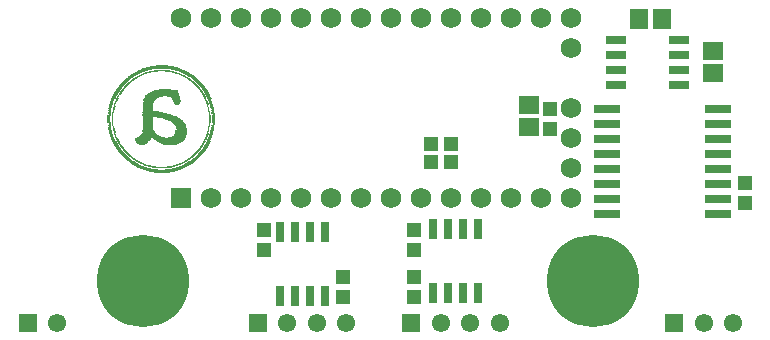
<source format=gbs>
G75*
G70*
%OFA0B0*%
%FSLAX24Y24*%
%IPPOS*%
%LPD*%
%AMOC8*
5,1,8,0,0,1.08239X$1,22.5*
%
%ADD10R,0.0680X0.0680*%
%ADD11C,0.0680*%
%ADD12R,0.0474X0.0513*%
%ADD13R,0.0671X0.0592*%
%ADD14R,0.0611X0.0611*%
%ADD15C,0.0611*%
%ADD16R,0.0316X0.0690*%
%ADD17R,0.0867X0.0316*%
%ADD18R,0.0690X0.0316*%
%ADD19R,0.0592X0.0671*%
%ADD20R,0.0333X0.0011*%
%ADD21R,0.0511X0.0011*%
%ADD22R,0.0644X0.0011*%
%ADD23R,0.0756X0.0011*%
%ADD24R,0.0867X0.0011*%
%ADD25R,0.0933X0.0011*%
%ADD26R,0.1022X0.0011*%
%ADD27R,0.1089X0.0011*%
%ADD28R,0.0478X0.0011*%
%ADD29R,0.0389X0.0011*%
%ADD30R,0.0389X0.0011*%
%ADD31R,0.0356X0.0011*%
%ADD32R,0.0355X0.0011*%
%ADD33R,0.0311X0.0011*%
%ADD34R,0.0300X0.0011*%
%ADD35R,0.0277X0.0011*%
%ADD36R,0.0278X0.0011*%
%ADD37R,0.0267X0.0011*%
%ADD38R,0.0266X0.0011*%
%ADD39R,0.0245X0.0011*%
%ADD40R,0.0244X0.0011*%
%ADD41R,0.0233X0.0011*%
%ADD42R,0.0234X0.0011*%
%ADD43R,0.0178X0.0011*%
%ADD44R,0.0177X0.0011*%
%ADD45R,0.0233X0.0011*%
%ADD46R,0.0223X0.0011*%
%ADD47R,0.0144X0.0011*%
%ADD48R,0.0145X0.0011*%
%ADD49R,0.0222X0.0011*%
%ADD50R,0.0211X0.0011*%
%ADD51R,0.0134X0.0011*%
%ADD52R,0.0133X0.0011*%
%ADD53R,0.0111X0.0011*%
%ADD54R,0.0111X0.0011*%
%ADD55R,0.0212X0.0011*%
%ADD56R,0.0211X0.0011*%
%ADD57R,0.0100X0.0011*%
%ADD58R,0.0211X0.0011*%
%ADD59R,0.0200X0.0011*%
%ADD60R,0.0100X0.0011*%
%ADD61R,0.0189X0.0011*%
%ADD62R,0.0189X0.0011*%
%ADD63R,0.0089X0.0011*%
%ADD64R,0.0089X0.0011*%
%ADD65R,0.0178X0.0011*%
%ADD66R,0.0188X0.0011*%
%ADD67R,0.0078X0.0011*%
%ADD68R,0.0077X0.0011*%
%ADD69R,0.0078X0.0011*%
%ADD70R,0.0167X0.0011*%
%ADD71R,0.0067X0.0011*%
%ADD72R,0.0167X0.0011*%
%ADD73R,0.0067X0.0011*%
%ADD74R,0.0066X0.0011*%
%ADD75R,0.0166X0.0011*%
%ADD76R,0.0167X0.0011*%
%ADD77R,0.0067X0.0011*%
%ADD78R,0.0166X0.0011*%
%ADD79R,0.0066X0.0011*%
%ADD80R,0.0155X0.0011*%
%ADD81R,0.0156X0.0011*%
%ADD82R,0.0056X0.0011*%
%ADD83R,0.0055X0.0011*%
%ADD84R,0.0066X0.0011*%
%ADD85R,0.0156X0.0011*%
%ADD86R,0.0056X0.0011*%
%ADD87R,0.0144X0.0011*%
%ADD88R,0.0156X0.0011*%
%ADD89R,0.0055X0.0011*%
%ADD90R,0.0056X0.0011*%
%ADD91R,0.0045X0.0011*%
%ADD92R,0.0044X0.0011*%
%ADD93R,0.0134X0.0011*%
%ADD94R,0.0044X0.0011*%
%ADD95R,0.0133X0.0011*%
%ADD96R,0.0133X0.0011*%
%ADD97R,0.0134X0.0011*%
%ADD98R,0.0122X0.0011*%
%ADD99R,0.0122X0.0011*%
%ADD100R,0.0045X0.0011*%
%ADD101R,0.0044X0.0011*%
%ADD102R,0.0123X0.0011*%
%ADD103R,0.0122X0.0011*%
%ADD104R,0.0033X0.0011*%
%ADD105R,0.0034X0.0011*%
%ADD106R,0.0034X0.0011*%
%ADD107R,0.0111X0.0011*%
%ADD108R,0.0044X0.0011*%
%ADD109R,0.0033X0.0011*%
%ADD110R,0.0112X0.0011*%
%ADD111R,0.0111X0.0011*%
%ADD112R,0.0378X0.0011*%
%ADD113R,0.0178X0.0011*%
%ADD114R,0.0112X0.0011*%
%ADD115R,0.0466X0.0011*%
%ADD116R,0.0222X0.0011*%
%ADD117R,0.0534X0.0011*%
%ADD118R,0.0255X0.0011*%
%ADD119R,0.0589X0.0011*%
%ADD120R,0.0289X0.0011*%
%ADD121R,0.0633X0.0011*%
%ADD122R,0.0311X0.0011*%
%ADD123R,0.0677X0.0011*%
%ADD124R,0.0345X0.0011*%
%ADD125R,0.0723X0.0011*%
%ADD126R,0.0367X0.0011*%
%ADD127R,0.0756X0.0011*%
%ADD128R,0.0789X0.0011*%
%ADD129R,0.0411X0.0011*%
%ADD130R,0.0822X0.0011*%
%ADD131R,0.0433X0.0011*%
%ADD132R,0.0855X0.0011*%
%ADD133R,0.0433X0.0011*%
%ADD134R,0.0877X0.0011*%
%ADD135R,0.0455X0.0011*%
%ADD136R,0.0900X0.0011*%
%ADD137R,0.0934X0.0011*%
%ADD138R,0.0489X0.0011*%
%ADD139R,0.0956X0.0011*%
%ADD140R,0.0511X0.0011*%
%ADD141R,0.0978X0.0011*%
%ADD142R,0.0989X0.0011*%
%ADD143R,0.0523X0.0011*%
%ADD144R,0.1011X0.0011*%
%ADD145R,0.0534X0.0011*%
%ADD146R,0.0033X0.0011*%
%ADD147R,0.1033X0.0011*%
%ADD148R,0.0523X0.0011*%
%ADD149R,0.0034X0.0011*%
%ADD150R,0.1044X0.0011*%
%ADD151R,0.0500X0.0011*%
%ADD152R,0.0567X0.0011*%
%ADD153R,0.0378X0.0011*%
%ADD154R,0.0478X0.0011*%
%ADD155R,0.0334X0.0011*%
%ADD156R,0.0456X0.0011*%
%ADD157R,0.0489X0.0011*%
%ADD158R,0.0444X0.0011*%
%ADD159R,0.0722X0.0011*%
%ADD160R,0.0689X0.0011*%
%ADD161R,0.0656X0.0011*%
%ADD162R,0.0433X0.0011*%
%ADD163R,0.0622X0.0011*%
%ADD164R,0.0034X0.0011*%
%ADD165R,0.0411X0.0011*%
%ADD166R,0.0589X0.0011*%
%ADD167R,0.0022X0.0011*%
%ADD168R,0.0400X0.0011*%
%ADD169R,0.0567X0.0011*%
%ADD170R,0.0545X0.0011*%
%ADD171R,0.0477X0.0011*%
%ADD172R,0.0466X0.0011*%
%ADD173R,0.0088X0.0011*%
%ADD174R,0.0367X0.0011*%
%ADD175R,0.0033X0.0011*%
%ADD176R,0.0422X0.0011*%
%ADD177R,0.0411X0.0011*%
%ADD178R,0.0022X0.0011*%
%ADD179R,0.0023X0.0011*%
%ADD180R,0.0356X0.0011*%
%ADD181R,0.0356X0.0011*%
%ADD182R,0.0344X0.0011*%
%ADD183R,0.0344X0.0011*%
%ADD184R,0.0333X0.0011*%
%ADD185R,0.0089X0.0011*%
%ADD186R,0.0355X0.0011*%
%ADD187R,0.0333X0.0011*%
%ADD188R,0.0088X0.0011*%
%ADD189R,0.0366X0.0011*%
%ADD190R,0.0366X0.0011*%
%ADD191R,0.0022X0.0011*%
%ADD192R,0.0089X0.0011*%
%ADD193R,0.0412X0.0011*%
%ADD194R,0.0422X0.0011*%
%ADD195R,0.0444X0.0011*%
%ADD196R,0.0456X0.0011*%
%ADD197R,0.0467X0.0011*%
%ADD198R,0.0544X0.0011*%
%ADD199R,0.0556X0.0011*%
%ADD200R,0.0589X0.0011*%
%ADD201R,0.0623X0.0011*%
%ADD202R,0.1111X0.0011*%
%ADD203R,0.1056X0.0011*%
%ADD204R,0.1033X0.0011*%
%ADD205R,0.1000X0.0011*%
%ADD206R,0.0967X0.0011*%
%ADD207R,0.0933X0.0011*%
%ADD208R,0.0900X0.0011*%
%ADD209R,0.0867X0.0011*%
%ADD210R,0.0822X0.0011*%
%ADD211R,0.0778X0.0011*%
%ADD212R,0.0678X0.0011*%
%ADD213R,0.0444X0.0011*%
%ADD214R,0.0023X0.0011*%
%ADD215R,0.0166X0.0011*%
%ADD216R,0.0223X0.0011*%
%ADD217R,0.0345X0.0011*%
%ADD218R,0.0234X0.0011*%
%ADD219R,0.0244X0.0011*%
%ADD220R,0.0289X0.0011*%
%ADD221R,0.0311X0.0011*%
%ADD222R,0.0500X0.0011*%
%ADD223R,0.0578X0.0011*%
%ADD224R,0.1100X0.0011*%
%ADD225R,0.1078X0.0011*%
%ADD226R,0.1056X0.0011*%
%ADD227R,0.1045X0.0011*%
%ADD228R,0.1033X0.0011*%
%ADD229R,0.1011X0.0011*%
%ADD230R,0.1000X0.0011*%
%ADD231R,0.0934X0.0011*%
%ADD232R,0.0911X0.0011*%
%ADD233R,0.0889X0.0011*%
%ADD234R,0.0856X0.0011*%
%ADD235R,0.0823X0.0011*%
%ADD236R,0.0777X0.0011*%
%ADD237R,0.0689X0.0011*%
%ADD238R,0.0566X0.0011*%
%ADD239R,0.0377X0.0011*%
%ADD240R,0.0123X0.0011*%
%ADD241R,0.0145X0.0011*%
%ADD242R,0.0056X0.0011*%
%ADD243R,0.0144X0.0011*%
%ADD244R,0.0167X0.0011*%
%ADD245R,0.0078X0.0011*%
%ADD246R,0.0200X0.0011*%
%ADD247R,0.0256X0.0011*%
%ADD248R,0.0312X0.0011*%
%ADD249R,0.0344X0.0011*%
%ADD250R,0.0434X0.0011*%
%ADD251R,0.0800X0.0011*%
%ADD252R,0.0689X0.0011*%
%ADD253C,0.3080*%
D10*
X006799Y007902D03*
D11*
X007799Y007902D03*
X008799Y007902D03*
X009799Y007902D03*
X010799Y007902D03*
X011799Y007902D03*
X012799Y007902D03*
X013799Y007902D03*
X014799Y007902D03*
X015799Y007902D03*
X016799Y007902D03*
X017799Y007902D03*
X018799Y007902D03*
X019799Y007902D03*
X019799Y008902D03*
X019799Y009902D03*
X019799Y010902D03*
X019799Y012902D03*
X019799Y013902D03*
X018799Y013902D03*
X017799Y013902D03*
X016799Y013902D03*
X015799Y013902D03*
X014799Y013902D03*
X013799Y013902D03*
X012799Y013902D03*
X011799Y013902D03*
X010799Y013902D03*
X009799Y013902D03*
X008799Y013902D03*
X007799Y013902D03*
X006799Y013902D03*
D12*
X015129Y009697D03*
X015799Y009697D03*
X015799Y009126D03*
X015129Y009126D03*
X014578Y006843D03*
X014578Y006173D03*
X014578Y005268D03*
X014578Y004599D03*
X012216Y004599D03*
X012216Y005268D03*
X009559Y006173D03*
X009559Y006843D03*
X019106Y010209D03*
X019106Y010878D03*
X025602Y008417D03*
X025602Y007748D03*
D13*
X018417Y010268D03*
X018417Y011016D03*
X024547Y012067D03*
X024547Y012815D03*
D14*
X001685Y003752D03*
X009362Y003752D03*
X014480Y003752D03*
X023240Y003752D03*
D15*
X024224Y003752D03*
X025208Y003752D03*
X017433Y003752D03*
X016448Y003752D03*
X015464Y003752D03*
X012314Y003752D03*
X011330Y003752D03*
X010346Y003752D03*
X002669Y003752D03*
D16*
X010088Y004658D03*
X010588Y004658D03*
X011088Y004658D03*
X011588Y004658D03*
X011588Y006784D03*
X011088Y006784D03*
X010588Y006784D03*
X010088Y006784D03*
X015206Y006882D03*
X015706Y006882D03*
X016206Y006882D03*
X016706Y006882D03*
X016706Y004756D03*
X016206Y004756D03*
X015706Y004756D03*
X015206Y004756D03*
D17*
X020996Y007362D03*
X020996Y007862D03*
X020996Y008362D03*
X020996Y008862D03*
X020996Y009362D03*
X020996Y009862D03*
X020996Y010362D03*
X020996Y010862D03*
X024696Y010862D03*
X024696Y010362D03*
X024696Y009862D03*
X024696Y009362D03*
X024696Y008862D03*
X024696Y008362D03*
X024696Y007862D03*
X024696Y007362D03*
D18*
X023417Y011664D03*
X023417Y012164D03*
X023417Y012664D03*
X023417Y013164D03*
X021291Y013164D03*
X021291Y012664D03*
X021291Y012164D03*
X021291Y011664D03*
D19*
X022078Y013890D03*
X022826Y013890D03*
D20*
X006156Y008896D03*
X006156Y008740D03*
D21*
X006156Y008751D03*
X006156Y008907D03*
X006689Y009907D03*
X006511Y010529D03*
X005789Y010762D03*
D22*
X006156Y008918D03*
X006156Y008762D03*
D23*
X006156Y008773D03*
D24*
X006156Y008785D03*
D25*
X006156Y008796D03*
D26*
X006156Y008807D03*
D27*
X006156Y008818D03*
X006078Y010607D03*
X006189Y011307D03*
D28*
X006562Y010507D03*
X005517Y009807D03*
X005817Y008829D03*
X006495Y008829D03*
D29*
X006572Y008840D03*
X005517Y009751D03*
X005717Y010107D03*
X005717Y010118D03*
X006717Y010396D03*
X006795Y010029D03*
X006795Y010018D03*
X005772Y011196D03*
D30*
X006728Y010385D03*
X005739Y008840D03*
D31*
X006623Y008851D03*
X006823Y010140D03*
X006823Y010151D03*
X006823Y010162D03*
X006823Y010185D03*
X006823Y010196D03*
X005723Y011085D03*
X005723Y011096D03*
D32*
X006778Y010318D03*
X006789Y010296D03*
X006800Y010262D03*
X005689Y008851D03*
D33*
X005645Y008862D03*
X006667Y008862D03*
D34*
X006706Y008873D03*
X005606Y008873D03*
D35*
X006739Y008885D03*
D36*
X005573Y008885D03*
X006451Y009662D03*
X006617Y011240D03*
X006606Y011251D03*
X006751Y012151D03*
X006717Y012162D03*
X005595Y012162D03*
X005562Y012151D03*
D37*
X006767Y008896D03*
D38*
X005545Y008896D03*
X006623Y011218D03*
X006623Y011229D03*
D39*
X005500Y012129D03*
X006800Y008907D03*
D40*
X005512Y008907D03*
X006656Y011140D03*
X006656Y011151D03*
X006812Y012129D03*
D41*
X006839Y012118D03*
X005450Y012107D03*
X006850Y008929D03*
X006828Y008918D03*
D42*
X005484Y008918D03*
D43*
X006434Y008929D03*
X005234Y011996D03*
D44*
X007078Y011996D03*
X007089Y009051D03*
X005878Y008929D03*
D45*
X005461Y008929D03*
X006661Y011118D03*
X006661Y011129D03*
X006861Y012107D03*
D46*
X006889Y012096D03*
X006378Y012118D03*
X006678Y011085D03*
X006878Y008940D03*
D47*
X006495Y008940D03*
X007273Y009185D03*
X007295Y009207D03*
X005073Y009162D03*
X004973Y011796D03*
X005795Y012096D03*
X007273Y011851D03*
D48*
X007339Y011796D03*
X007350Y011785D03*
X006517Y012096D03*
X005050Y011862D03*
X005039Y011851D03*
X005028Y011840D03*
X005017Y009207D03*
X005028Y009196D03*
X005039Y009185D03*
X005817Y008940D03*
X007228Y009151D03*
X007239Y009162D03*
D49*
X005434Y008940D03*
X005934Y012118D03*
D50*
X005406Y008951D03*
X006906Y008951D03*
X006928Y008962D03*
D51*
X006545Y008951D03*
X007323Y009229D03*
X007345Y009251D03*
X007423Y009329D03*
X007445Y009351D03*
X004923Y009296D03*
X007323Y011807D03*
D52*
X007300Y011829D03*
X005000Y011818D03*
X004989Y011807D03*
X004867Y009351D03*
X004878Y009340D03*
X004889Y009329D03*
X004900Y009318D03*
X004967Y009251D03*
X004978Y009240D03*
X004989Y009229D03*
X005767Y008951D03*
X007378Y009285D03*
X007389Y009296D03*
X007400Y009307D03*
D53*
X007511Y009429D03*
X007556Y009485D03*
X007578Y009518D03*
X007589Y009529D03*
X007589Y009540D03*
X007611Y009562D03*
X007656Y009640D03*
X007689Y009696D03*
X007711Y009740D03*
X006589Y008962D03*
X004756Y009485D03*
X004711Y009551D03*
X004689Y009585D03*
X004678Y009596D03*
X004678Y009607D03*
X004656Y009640D03*
X004611Y009718D03*
X004589Y009762D03*
X004578Y009785D03*
X006678Y011007D03*
X007578Y011518D03*
X007589Y011507D03*
X007556Y011551D03*
X007656Y011407D03*
X007678Y011362D03*
X007689Y011340D03*
X007756Y011207D03*
X004789Y011596D03*
X004778Y011585D03*
X004756Y011551D03*
X004711Y011496D03*
X004711Y011485D03*
X004689Y011462D03*
X004689Y011451D03*
X004678Y011440D03*
X004656Y011407D03*
X004611Y011318D03*
X004556Y011207D03*
D54*
X004567Y011229D03*
X004622Y011340D03*
X004645Y011385D03*
X004667Y011418D03*
X004722Y011507D03*
X004745Y011540D03*
X007522Y011596D03*
X007567Y011540D03*
X007600Y011496D03*
X007600Y011485D03*
X007622Y011462D03*
X007622Y011451D03*
X007645Y011418D03*
X007667Y011385D03*
X007700Y011318D03*
X007745Y011229D03*
X007722Y009762D03*
X007700Y009718D03*
X007667Y009662D03*
X007667Y009651D03*
X007645Y009618D03*
X007622Y009585D03*
X007600Y009551D03*
X007567Y009507D03*
X005722Y008962D03*
X004800Y009429D03*
X004745Y009507D03*
X004722Y009529D03*
X004722Y009540D03*
X004700Y009562D03*
X004667Y009618D03*
X004645Y009651D03*
X004645Y009662D03*
X004622Y009696D03*
X004600Y009740D03*
D55*
X005384Y008962D03*
X006684Y011062D03*
D56*
X006950Y008973D03*
D57*
X006628Y008973D03*
X005684Y008973D03*
X004584Y009773D03*
X004540Y009873D03*
X004506Y009973D03*
X004473Y010073D03*
X004451Y010173D03*
X004417Y010473D03*
X004417Y010573D03*
X004451Y010873D03*
X004473Y010973D03*
X004506Y011073D03*
X004540Y011173D03*
X004584Y011273D03*
X004640Y011373D03*
X007673Y011373D03*
X007728Y011273D03*
X007773Y011173D03*
X007806Y011073D03*
X007840Y010973D03*
X007862Y010873D03*
X007895Y010573D03*
X007895Y010473D03*
X007862Y010173D03*
X007840Y010073D03*
X007806Y009973D03*
X007773Y009873D03*
X007728Y009773D03*
D58*
X005361Y008973D03*
D59*
X005345Y008985D03*
X006967Y008985D03*
X006678Y011051D03*
X007001Y012040D03*
X006978Y012051D03*
X006956Y012062D03*
X005356Y012062D03*
X005334Y012051D03*
X005312Y012040D03*
D60*
X005606Y012040D03*
X005640Y012051D03*
X005673Y012062D03*
X006640Y012062D03*
X006673Y012051D03*
X006706Y012040D03*
X007640Y011429D03*
X007662Y011396D03*
X007684Y011351D03*
X007695Y011329D03*
X007706Y011307D03*
X007717Y011296D03*
X007717Y011285D03*
X007728Y011262D03*
X007740Y011251D03*
X007740Y011240D03*
X007751Y011218D03*
X007762Y011196D03*
X007762Y011185D03*
X007773Y011162D03*
X007773Y011151D03*
X007784Y011140D03*
X007784Y011129D03*
X007795Y011118D03*
X007795Y011107D03*
X007795Y011096D03*
X007806Y011085D03*
X007806Y011062D03*
X007817Y011051D03*
X007817Y011040D03*
X007817Y011029D03*
X007828Y011007D03*
X007828Y010996D03*
X007840Y010962D03*
X007840Y010951D03*
X007851Y010929D03*
X007851Y010918D03*
X007851Y010907D03*
X007862Y010885D03*
X007862Y010862D03*
X007873Y010818D03*
X007873Y010807D03*
X007873Y010796D03*
X007884Y010751D03*
X007884Y010740D03*
X007884Y010729D03*
X007884Y010718D03*
X007895Y010640D03*
X007895Y010629D03*
X007895Y010618D03*
X007895Y010607D03*
X007895Y010596D03*
X007895Y010585D03*
X007895Y010562D03*
X007895Y010551D03*
X007895Y010540D03*
X007895Y010529D03*
X007895Y010518D03*
X007895Y010507D03*
X007895Y010496D03*
X007895Y010485D03*
X007895Y010462D03*
X007895Y010451D03*
X007895Y010440D03*
X007895Y010429D03*
X007895Y010418D03*
X007895Y010407D03*
X007884Y010318D03*
X007884Y010307D03*
X007884Y010296D03*
X007873Y010240D03*
X007873Y010229D03*
X007873Y010218D03*
X007862Y010185D03*
X007862Y010162D03*
X007851Y010129D03*
X007851Y010118D03*
X007840Y010085D03*
X007840Y010062D03*
X007828Y010040D03*
X007828Y010029D03*
X007817Y010007D03*
X007817Y009996D03*
X007806Y009962D03*
X007795Y009940D03*
X007795Y009929D03*
X007784Y009907D03*
X007784Y009896D03*
X007773Y009885D03*
X007773Y009862D03*
X007762Y009851D03*
X007762Y009840D03*
X007751Y009829D03*
X007751Y009818D03*
X007740Y009807D03*
X007740Y009796D03*
X007717Y009751D03*
X007706Y009729D03*
X007695Y009707D03*
X007684Y009685D03*
X007651Y009629D03*
X006695Y008996D03*
X006662Y008985D03*
X005651Y008985D03*
X005617Y008996D03*
X004662Y009629D03*
X004628Y009685D03*
X004617Y009707D03*
X004606Y009729D03*
X004595Y009751D03*
X004573Y009796D03*
X004573Y009807D03*
X004562Y009818D03*
X004562Y009829D03*
X004551Y009840D03*
X004551Y009851D03*
X004540Y009862D03*
X004540Y009885D03*
X004528Y009896D03*
X004528Y009907D03*
X004517Y009929D03*
X004517Y009940D03*
X004506Y009962D03*
X004495Y009996D03*
X004495Y010007D03*
X004484Y010029D03*
X004484Y010040D03*
X004473Y010062D03*
X004473Y010085D03*
X004462Y010118D03*
X004462Y010129D03*
X004451Y010162D03*
X004451Y010185D03*
X004440Y010218D03*
X004440Y010229D03*
X004440Y010240D03*
X004428Y010296D03*
X004428Y010307D03*
X004428Y010318D03*
X004417Y010407D03*
X004417Y010418D03*
X004417Y010429D03*
X004417Y010440D03*
X004417Y010451D03*
X004417Y010462D03*
X004417Y010485D03*
X004417Y010496D03*
X004417Y010507D03*
X004417Y010518D03*
X004417Y010529D03*
X004417Y010540D03*
X004417Y010551D03*
X004417Y010562D03*
X004417Y010585D03*
X004417Y010596D03*
X004417Y010607D03*
X004417Y010618D03*
X004417Y010629D03*
X004417Y010640D03*
X004428Y010718D03*
X004428Y010729D03*
X004428Y010740D03*
X004428Y010751D03*
X004440Y010796D03*
X004440Y010807D03*
X004440Y010818D03*
X004451Y010862D03*
X004451Y010885D03*
X004462Y010907D03*
X004462Y010918D03*
X004462Y010929D03*
X004473Y010951D03*
X004473Y010962D03*
X004484Y010996D03*
X004484Y011007D03*
X004495Y011029D03*
X004495Y011040D03*
X004495Y011051D03*
X004506Y011062D03*
X004506Y011085D03*
X004517Y011096D03*
X004517Y011107D03*
X004517Y011118D03*
X004528Y011129D03*
X004528Y011140D03*
X004540Y011151D03*
X004540Y011162D03*
X004551Y011185D03*
X004551Y011196D03*
X004562Y011218D03*
X004573Y011240D03*
X004573Y011251D03*
X004584Y011262D03*
X004595Y011285D03*
X004595Y011296D03*
X004606Y011307D03*
X004617Y011329D03*
X004628Y011351D03*
X004651Y011396D03*
X004673Y011429D03*
D61*
X005272Y012018D03*
X005295Y012029D03*
X007017Y012029D03*
X007050Y009029D03*
X006995Y008996D03*
X005317Y008996D03*
D62*
X005261Y009029D03*
X007006Y009007D03*
X007028Y009018D03*
X007039Y012018D03*
D63*
X005545Y012018D03*
X004467Y010940D03*
X004445Y010851D03*
X004445Y010840D03*
X004445Y010829D03*
X004422Y010707D03*
X004422Y010696D03*
X004422Y010685D03*
X004422Y010662D03*
X004422Y010651D03*
X004422Y010396D03*
X004422Y010385D03*
X004422Y010362D03*
X004422Y010351D03*
X004422Y010340D03*
X004422Y010329D03*
X004445Y010207D03*
X004445Y010196D03*
X004467Y010107D03*
X004467Y010096D03*
X004500Y009985D03*
X004522Y009918D03*
X006722Y009007D03*
X007800Y009951D03*
X007822Y010018D03*
X007845Y010096D03*
X007845Y010107D03*
X007867Y010196D03*
X007867Y010207D03*
X007867Y010829D03*
X007867Y010840D03*
X007867Y010851D03*
X007845Y010940D03*
X007822Y011018D03*
D64*
X007856Y010896D03*
X007878Y010785D03*
X007878Y010762D03*
X007889Y010707D03*
X007889Y010696D03*
X007889Y010685D03*
X007889Y010662D03*
X007889Y010651D03*
X007889Y010396D03*
X007889Y010385D03*
X007889Y010362D03*
X007889Y010351D03*
X007889Y010340D03*
X007889Y010329D03*
X007878Y010285D03*
X007878Y010262D03*
X007878Y010251D03*
X007856Y010151D03*
X007856Y010140D03*
X007811Y009985D03*
X007789Y009918D03*
X006756Y009018D03*
X005589Y009007D03*
X005556Y009018D03*
X004511Y009951D03*
X004489Y010018D03*
X004478Y010051D03*
X004456Y010140D03*
X004456Y010151D03*
X004456Y010896D03*
X004478Y010985D03*
X004489Y011018D03*
X005578Y012029D03*
X006156Y012307D03*
D65*
X005856Y012107D03*
X005256Y012007D03*
X007056Y012007D03*
X007067Y009040D03*
X005301Y009007D03*
X005245Y009040D03*
X005223Y009051D03*
D66*
X005284Y009018D03*
X006684Y011040D03*
D67*
X006784Y009029D03*
X005484Y009051D03*
D68*
X005528Y009029D03*
X006828Y009051D03*
X006839Y011985D03*
D69*
X006817Y011996D03*
X006795Y012007D03*
X006762Y012018D03*
X005517Y012007D03*
X005495Y011996D03*
X005473Y011985D03*
X005506Y009040D03*
X006806Y009040D03*
D70*
X007106Y009062D03*
X005206Y009062D03*
X005161Y009096D03*
X007161Y011940D03*
X006461Y012107D03*
D71*
X006911Y011951D03*
X005411Y009085D03*
X005456Y009062D03*
X006856Y009062D03*
D72*
X007117Y009073D03*
D73*
X006878Y009073D03*
D74*
X005434Y009073D03*
D75*
X005195Y009073D03*
D76*
X007139Y009085D03*
X007150Y009096D03*
X007139Y011951D03*
X007128Y011962D03*
X005217Y011985D03*
X005150Y011940D03*
D77*
X005289Y011885D03*
X005400Y011951D03*
X006889Y011962D03*
X006967Y011918D03*
X006989Y011907D03*
X006978Y009129D03*
X006900Y009085D03*
X005389Y009096D03*
X005367Y009107D03*
X005278Y009162D03*
D78*
X005173Y009085D03*
X005173Y011951D03*
X007095Y011985D03*
D79*
X007023Y011885D03*
X005423Y011962D03*
X005345Y011918D03*
X005323Y011907D03*
X006923Y009096D03*
X006945Y009107D03*
D80*
X007167Y009107D03*
X007189Y009118D03*
X007200Y009129D03*
X005100Y009140D03*
X005078Y011885D03*
X005089Y011896D03*
X007178Y011929D03*
X007189Y011918D03*
X007200Y011907D03*
D81*
X007223Y011896D03*
X005123Y011918D03*
X005123Y009118D03*
X005145Y009107D03*
D82*
X005184Y009229D03*
X006962Y009118D03*
X007084Y009196D03*
X007284Y009362D03*
X007162Y011785D03*
X007106Y011829D03*
X007062Y011862D03*
X007006Y011896D03*
X005384Y011940D03*
X005362Y011929D03*
X005306Y011896D03*
X005206Y011829D03*
X005162Y011796D03*
X005084Y011729D03*
D83*
X005150Y011785D03*
X005239Y011851D03*
X005250Y011862D03*
X006928Y011940D03*
X006950Y011929D03*
X007117Y011818D03*
X007150Y011796D03*
X007217Y011740D03*
X007228Y011729D03*
X007128Y009229D03*
X007117Y009218D03*
X007017Y009151D03*
X005350Y009118D03*
X005317Y009140D03*
X005228Y009196D03*
X005217Y009207D03*
X005139Y009262D03*
X005039Y009351D03*
X005028Y009362D03*
D84*
X005334Y009129D03*
X007034Y009162D03*
D85*
X007212Y009140D03*
X005112Y009129D03*
X005112Y011907D03*
X005134Y011929D03*
X006156Y012151D03*
X007234Y011885D03*
D86*
X007073Y011851D03*
X005195Y011818D03*
X005095Y011740D03*
X007273Y009351D03*
X007173Y009262D03*
X007095Y009207D03*
X006995Y009140D03*
X005295Y009151D03*
X005195Y009218D03*
D87*
X005084Y009151D03*
X005006Y009218D03*
X007284Y009196D03*
X007306Y009218D03*
X006684Y011018D03*
X007284Y011840D03*
X007262Y011862D03*
X004962Y011785D03*
D88*
X005056Y009173D03*
X007256Y009173D03*
D89*
X007050Y009173D03*
X005128Y009273D03*
X007039Y011873D03*
D90*
X007184Y009273D03*
X005262Y009173D03*
D91*
X005167Y009240D03*
X005100Y009296D03*
X005089Y009307D03*
X005078Y009318D03*
X005067Y009329D03*
X005000Y009385D03*
X004978Y009418D03*
X004967Y009429D03*
X004889Y009518D03*
X004878Y009529D03*
X004867Y009540D03*
X004800Y009640D03*
X004689Y009840D03*
X004678Y009862D03*
X004667Y011151D03*
X004789Y011385D03*
X004867Y011496D03*
X004878Y011507D03*
X004900Y011540D03*
X004967Y011618D03*
X004978Y011629D03*
X004989Y011640D03*
X005000Y011651D03*
X005067Y011718D03*
X005178Y011807D03*
X007089Y011840D03*
X007189Y011762D03*
X007200Y011751D03*
X007267Y011696D03*
X007278Y011685D03*
X007300Y011662D03*
X007389Y011562D03*
X007400Y011551D03*
X007467Y011462D03*
X007478Y011451D03*
X007500Y011418D03*
X007667Y011096D03*
X007578Y009751D03*
X007567Y009729D03*
X007489Y009607D03*
X007400Y009485D03*
X007378Y009462D03*
X007367Y009451D03*
X007200Y009285D03*
X007067Y009185D03*
D92*
X007145Y009240D03*
X007223Y009307D03*
X007245Y009329D03*
X007345Y009429D03*
X007423Y009518D03*
X007445Y009540D03*
X007623Y009840D03*
X007645Y011151D03*
X007523Y011385D03*
X007445Y011496D03*
X007345Y011618D03*
X007323Y011640D03*
X007245Y011718D03*
X005223Y011840D03*
X005123Y011762D03*
X005045Y011696D03*
X004923Y011562D03*
X004845Y011462D03*
X004645Y011096D03*
X004745Y009729D03*
X004823Y009607D03*
X004945Y009451D03*
X005245Y009185D03*
D93*
X004934Y009285D03*
X007334Y009240D03*
X007434Y009340D03*
X004934Y011762D03*
D94*
X005034Y011685D03*
X005056Y011707D03*
X005012Y011662D03*
X004956Y011607D03*
X004912Y011551D03*
X004856Y011485D03*
X004834Y011451D03*
X004812Y011418D03*
X004756Y011329D03*
X005112Y011751D03*
X007134Y011807D03*
X007256Y011707D03*
X007312Y011651D03*
X007334Y011629D03*
X007356Y011607D03*
X007412Y011540D03*
X007434Y011507D03*
X007456Y011485D03*
X007556Y011329D03*
X007634Y009862D03*
X007512Y009640D03*
X007456Y009562D03*
X007434Y009529D03*
X007356Y009440D03*
X007334Y009418D03*
X007312Y009385D03*
X007256Y009340D03*
X007234Y009318D03*
X007212Y009296D03*
X007156Y009251D03*
X005156Y009251D03*
X005112Y009285D03*
X005056Y009340D03*
X004956Y009440D03*
X004934Y009462D03*
X004912Y009485D03*
X004856Y009562D03*
X004734Y009751D03*
D95*
X005511Y009662D03*
X004956Y009262D03*
X004911Y009307D03*
X007356Y009262D03*
X007411Y009318D03*
X007311Y011818D03*
X005011Y011829D03*
D96*
X007367Y011773D03*
X007367Y009273D03*
D97*
X004945Y009273D03*
D98*
X004862Y009362D03*
X004817Y009407D03*
X004806Y009418D03*
X004795Y009440D03*
X004773Y009462D03*
X004751Y009496D03*
X007451Y009362D03*
X007473Y009385D03*
X007495Y009407D03*
X007506Y009418D03*
X007517Y009440D03*
X007562Y009496D03*
X007573Y011529D03*
X007551Y011562D03*
X007517Y011607D03*
X007506Y011618D03*
X007495Y011629D03*
X007473Y011651D03*
X007473Y011662D03*
X007451Y011685D03*
X007417Y011718D03*
X007406Y011729D03*
X007395Y011740D03*
X007373Y011762D03*
X006562Y012085D03*
X005751Y012085D03*
X004917Y011740D03*
X004906Y011729D03*
X004895Y011718D03*
X004873Y011696D03*
X004862Y011685D03*
X004817Y011629D03*
X004806Y011618D03*
X004795Y011607D03*
X004762Y011562D03*
D99*
X004773Y011573D03*
X004851Y011673D03*
X007462Y011673D03*
X007462Y009373D03*
X004851Y009373D03*
D100*
X004778Y009673D03*
X007300Y009373D03*
X007389Y009473D03*
X007467Y009573D03*
X007589Y009773D03*
X007378Y011573D03*
X007289Y011673D03*
X007178Y011773D03*
D101*
X005134Y011773D03*
X004934Y011573D03*
X007534Y009673D03*
X005012Y009373D03*
D102*
X004839Y009385D03*
X004828Y009396D03*
X007528Y009451D03*
X007539Y009462D03*
X004839Y011651D03*
X004839Y011662D03*
X004828Y011640D03*
X004739Y011529D03*
X004928Y011751D03*
X007428Y011707D03*
X007439Y011696D03*
D103*
X007484Y011640D03*
X007384Y011751D03*
X004884Y011707D03*
X004784Y009451D03*
X007484Y009396D03*
D104*
X007417Y009507D03*
X007450Y009551D03*
X007517Y009651D03*
X007528Y009662D03*
X007539Y009685D03*
X007550Y009696D03*
X007550Y009707D03*
X007617Y009818D03*
X007617Y009829D03*
X007628Y009851D03*
X007639Y009885D03*
X007650Y009896D03*
X007650Y009907D03*
X007717Y010085D03*
X007717Y010096D03*
X007717Y010107D03*
X007728Y010129D03*
X007728Y010140D03*
X007728Y010151D03*
X007728Y010162D03*
X007739Y010185D03*
X007739Y010196D03*
X007739Y010207D03*
X007750Y010229D03*
X007750Y010240D03*
X007750Y010251D03*
X007750Y010262D03*
X007750Y010785D03*
X007750Y010796D03*
X007750Y010807D03*
X007739Y010829D03*
X007739Y010840D03*
X007739Y010851D03*
X007739Y010862D03*
X007728Y010885D03*
X007728Y010896D03*
X007728Y010907D03*
X007728Y010918D03*
X007717Y010929D03*
X007717Y010940D03*
X007717Y010951D03*
X007650Y011129D03*
X007650Y011140D03*
X007639Y011162D03*
X007628Y011185D03*
X007628Y011196D03*
X007617Y011207D03*
X007617Y011218D03*
X007550Y011340D03*
X007539Y011351D03*
X007539Y011362D03*
X007517Y011396D03*
X007428Y011518D03*
X007417Y011529D03*
X004950Y011596D03*
X004939Y011585D03*
X004828Y011440D03*
X004817Y011429D03*
X004750Y011318D03*
X004739Y011307D03*
X004739Y011296D03*
X004728Y011285D03*
X004717Y011262D03*
X004717Y011251D03*
X004650Y011118D03*
X004650Y011107D03*
X004639Y011085D03*
X004628Y011062D03*
X004628Y011051D03*
X004628Y011040D03*
X004617Y011029D03*
X004617Y011018D03*
X004617Y011007D03*
X004550Y010740D03*
X004550Y010729D03*
X004550Y010718D03*
X004550Y010707D03*
X004550Y010696D03*
X004550Y010685D03*
X004539Y010640D03*
X004539Y010629D03*
X004539Y010618D03*
X004539Y010607D03*
X004539Y010596D03*
X004539Y010585D03*
X004539Y010562D03*
X004539Y010551D03*
X004539Y010540D03*
X004539Y010529D03*
X004539Y010518D03*
X004539Y010507D03*
X004539Y010496D03*
X004539Y010485D03*
X004539Y010462D03*
X004539Y010451D03*
X004539Y010440D03*
X004539Y010429D03*
X004539Y010418D03*
X004539Y010407D03*
X004539Y010396D03*
X004550Y010362D03*
X004550Y010351D03*
X004550Y010340D03*
X004550Y010329D03*
X004550Y010318D03*
X004550Y010307D03*
X004550Y010296D03*
X004617Y010029D03*
X004617Y010018D03*
X004617Y010007D03*
X004628Y009996D03*
X004628Y009985D03*
X004639Y009962D03*
X004639Y009951D03*
X004650Y009940D03*
X004650Y009929D03*
X004650Y009918D03*
X004717Y009785D03*
X004728Y009762D03*
X004739Y009740D03*
X004750Y009718D03*
X004817Y009618D03*
X004828Y009596D03*
X004839Y009585D03*
X007317Y009396D03*
X007328Y009407D03*
D105*
X007473Y009585D03*
X007495Y009618D03*
X007573Y009740D03*
X007595Y009785D03*
X007673Y009951D03*
X007673Y009962D03*
X007695Y010007D03*
X007695Y010018D03*
X007695Y010029D03*
X007773Y010396D03*
X007773Y010407D03*
X007773Y010418D03*
X007773Y010429D03*
X007773Y010440D03*
X007773Y010451D03*
X007773Y010462D03*
X007773Y010485D03*
X007773Y010496D03*
X007773Y010507D03*
X007773Y010518D03*
X007773Y010529D03*
X007773Y010540D03*
X007773Y010551D03*
X007773Y010562D03*
X007773Y010585D03*
X007773Y010596D03*
X007773Y010607D03*
X007773Y010618D03*
X007773Y010629D03*
X007773Y010640D03*
X007695Y011007D03*
X007695Y011018D03*
X007695Y011029D03*
X007673Y011085D03*
X007595Y011251D03*
X007595Y011262D03*
X007573Y011296D03*
X007573Y011307D03*
X007495Y011429D03*
X007373Y011585D03*
X004895Y011529D03*
X004795Y011396D03*
X004773Y011362D03*
X004773Y011351D03*
X004695Y011218D03*
X004695Y011207D03*
X004673Y011162D03*
X004595Y010951D03*
X004595Y010940D03*
X004595Y010929D03*
X004573Y010862D03*
X004573Y010851D03*
X004573Y010840D03*
X004573Y010829D03*
X004573Y010207D03*
X004573Y010196D03*
X004573Y010185D03*
X004595Y010107D03*
X004595Y010096D03*
X004595Y010085D03*
X004673Y009885D03*
X004695Y009829D03*
X004695Y009818D03*
X004773Y009685D03*
X004795Y009651D03*
X004895Y009507D03*
X004995Y009396D03*
D106*
X004984Y009407D03*
X004784Y009662D03*
X004684Y009851D03*
X004584Y010129D03*
X004584Y010140D03*
X004584Y010151D03*
X004584Y010162D03*
X004584Y010885D03*
X004584Y010896D03*
X004584Y010907D03*
X004584Y010918D03*
X004684Y011185D03*
X004684Y011196D03*
X004884Y011518D03*
X007484Y011440D03*
X007584Y011285D03*
X007684Y011062D03*
X007684Y011051D03*
X007684Y011040D03*
X007684Y009996D03*
X007684Y009985D03*
X007584Y009762D03*
X007484Y009596D03*
D107*
X007545Y009473D03*
X004767Y009473D03*
X004700Y009573D03*
X004700Y011473D03*
X006600Y012073D03*
D108*
X005023Y011673D03*
X004723Y009773D03*
X004845Y009573D03*
X004923Y009473D03*
D109*
X004906Y009496D03*
X004861Y009551D03*
X004806Y009629D03*
X004761Y009696D03*
X004761Y009707D03*
X004706Y009796D03*
X004706Y009807D03*
X004661Y009896D03*
X004661Y009907D03*
X004606Y010040D03*
X004606Y010051D03*
X004606Y010062D03*
X004561Y010229D03*
X004561Y010240D03*
X004561Y010251D03*
X004561Y010262D03*
X004561Y010785D03*
X004561Y010796D03*
X004561Y010807D03*
X004606Y010985D03*
X004606Y010996D03*
X004661Y011129D03*
X004661Y011140D03*
X004706Y011229D03*
X004706Y011240D03*
X004761Y011340D03*
X004806Y011407D03*
X007361Y011596D03*
X007506Y011407D03*
X007561Y011318D03*
X007606Y011240D03*
X007606Y011229D03*
X007661Y011118D03*
X007661Y011107D03*
X007706Y010996D03*
X007706Y010985D03*
X007761Y010740D03*
X007761Y010729D03*
X007761Y010718D03*
X007761Y010707D03*
X007761Y010696D03*
X007761Y010685D03*
X007761Y010362D03*
X007761Y010351D03*
X007761Y010340D03*
X007761Y010329D03*
X007761Y010318D03*
X007761Y010307D03*
X007761Y010296D03*
X007706Y010062D03*
X007706Y010051D03*
X007706Y010040D03*
X007661Y009940D03*
X007661Y009929D03*
X007661Y009918D03*
X007606Y009807D03*
X007606Y009796D03*
X007561Y009718D03*
X007506Y009629D03*
X007406Y009496D03*
D110*
X007634Y009596D03*
X007634Y009607D03*
X007734Y009785D03*
X007634Y011440D03*
X007534Y011585D03*
X004734Y011518D03*
X004634Y011362D03*
X004734Y009518D03*
D111*
X007611Y009573D03*
X007678Y009673D03*
X007611Y011473D03*
X005711Y012073D03*
D112*
X005756Y011173D03*
X006745Y010373D03*
X006812Y010073D03*
X006445Y009673D03*
D113*
X005512Y009673D03*
D114*
X004634Y009673D03*
D115*
X006445Y009685D03*
X005845Y011262D03*
D116*
X005423Y012096D03*
X005401Y012085D03*
X006912Y012085D03*
X005512Y009685D03*
D117*
X006445Y009696D03*
D118*
X005517Y009696D03*
X006650Y011162D03*
X006639Y011185D03*
X006639Y011196D03*
X006628Y011207D03*
X005528Y012140D03*
D119*
X006439Y009707D03*
D120*
X005511Y009707D03*
D121*
X006439Y009718D03*
D122*
X006011Y009918D03*
X005511Y009718D03*
D123*
X006439Y009729D03*
X006328Y010585D03*
D124*
X005717Y011051D03*
X005717Y011062D03*
X005728Y011107D03*
X006639Y012185D03*
X005517Y009729D03*
D125*
X006439Y009740D03*
D126*
X006817Y010085D03*
X006817Y010096D03*
X006817Y010107D03*
X006817Y010118D03*
X006817Y010129D03*
X006750Y010362D03*
X005750Y011151D03*
X005750Y011162D03*
X005739Y011140D03*
X006550Y011285D03*
X005717Y012196D03*
X005517Y009740D03*
D127*
X006434Y009751D03*
D128*
X006428Y009762D03*
D129*
X006672Y010440D03*
X005517Y009762D03*
D130*
X006434Y009773D03*
D131*
X005517Y009773D03*
D132*
X006428Y009785D03*
D133*
X006750Y009951D03*
X006639Y010462D03*
X005728Y010062D03*
X005517Y009785D03*
X005817Y011240D03*
X006528Y012207D03*
D134*
X006428Y009796D03*
D135*
X006728Y009929D03*
X006739Y009940D03*
X005517Y009796D03*
X005828Y011251D03*
D136*
X006428Y009807D03*
D137*
X006423Y009818D03*
D138*
X005522Y009818D03*
D139*
X006423Y009829D03*
X006223Y011396D03*
D140*
X005745Y010007D03*
X005522Y009840D03*
X005522Y009829D03*
D141*
X006423Y009840D03*
X006223Y011385D03*
X006156Y012240D03*
D142*
X006417Y009851D03*
D143*
X005528Y009851D03*
D144*
X006417Y009862D03*
D145*
X005534Y009862D03*
D146*
X004539Y010473D03*
X004539Y010573D03*
X004550Y010673D03*
X004639Y011073D03*
X004728Y011273D03*
X004850Y011473D03*
X007528Y011373D03*
X007639Y011173D03*
X007750Y010773D03*
X007750Y010273D03*
X007739Y010173D03*
X007639Y009873D03*
D147*
X006417Y009873D03*
D148*
X005539Y009873D03*
D149*
X004673Y009873D03*
X004573Y010173D03*
X004673Y011173D03*
X007673Y011073D03*
X007773Y010573D03*
X007773Y010473D03*
D150*
X006412Y009885D03*
X006156Y012229D03*
D151*
X006540Y010518D03*
X005740Y010018D03*
X005562Y009885D03*
D152*
X006661Y009896D03*
D153*
X006801Y010040D03*
X006812Y010062D03*
X006756Y010351D03*
X006067Y009896D03*
X005712Y010129D03*
X005712Y010140D03*
X005723Y010785D03*
X005767Y011185D03*
D154*
X005584Y009896D03*
D155*
X006034Y009907D03*
D156*
X005595Y009907D03*
D157*
X006711Y009918D03*
D158*
X005734Y010051D03*
X005612Y009918D03*
D159*
X005773Y009929D03*
X005895Y010718D03*
D160*
X005767Y009940D03*
D161*
X005762Y009951D03*
D162*
X006761Y009962D03*
D163*
X005756Y009962D03*
X005845Y010740D03*
D164*
X004784Y011373D03*
X007584Y011273D03*
X007684Y009973D03*
D165*
X006772Y009973D03*
D166*
X005750Y009973D03*
D167*
X004634Y009973D03*
X007734Y010873D03*
D168*
X006712Y010407D03*
X006701Y010418D03*
X006790Y010007D03*
X006778Y009996D03*
X006778Y009985D03*
X005723Y010096D03*
X005778Y011207D03*
X005790Y011218D03*
X006156Y012140D03*
X006156Y012296D03*
D169*
X005817Y010751D03*
X005750Y009985D03*
D170*
X005750Y009996D03*
D171*
X005739Y010029D03*
D172*
X005734Y010040D03*
D173*
X004434Y010251D03*
X004434Y010262D03*
X004434Y010285D03*
X004434Y010762D03*
X004434Y010785D03*
X006734Y012029D03*
X007834Y010985D03*
X007834Y010051D03*
D174*
X006806Y010051D03*
X006761Y010340D03*
D175*
X007706Y010073D03*
X007761Y010673D03*
X007706Y010973D03*
X007461Y011473D03*
X004606Y010973D03*
X004561Y010773D03*
X004561Y010273D03*
X004606Y010073D03*
D176*
X005723Y010073D03*
D177*
X005728Y010085D03*
D178*
X004567Y010218D03*
X004556Y010285D03*
X004545Y010385D03*
X004545Y010651D03*
X004545Y010662D03*
X004556Y010751D03*
X004556Y010762D03*
X004567Y010818D03*
X004601Y010962D03*
X007712Y010962D03*
X007745Y010818D03*
X007756Y010762D03*
X007756Y010751D03*
X007767Y010662D03*
X007767Y010651D03*
X007767Y010385D03*
X007756Y010285D03*
X007745Y010218D03*
X007723Y010118D03*
D179*
X004589Y010118D03*
D180*
X005712Y010151D03*
X005712Y010162D03*
X005712Y010585D03*
X005734Y011118D03*
X005734Y011129D03*
X006812Y010251D03*
X006812Y010240D03*
X006812Y010229D03*
X006812Y010218D03*
X006812Y010207D03*
D181*
X006823Y010173D03*
D182*
X005706Y010173D03*
D183*
X005706Y010185D03*
X005706Y010196D03*
X005706Y010207D03*
X005706Y010996D03*
X005706Y011007D03*
X005706Y011018D03*
X005706Y011029D03*
X005706Y011040D03*
D184*
X005700Y010985D03*
X005700Y010962D03*
X005700Y010951D03*
X005700Y010940D03*
X005700Y010929D03*
X005700Y010918D03*
X005700Y010907D03*
X005700Y010896D03*
X005700Y010885D03*
X005700Y010862D03*
X005700Y010851D03*
X005700Y010840D03*
X005700Y010829D03*
X005700Y010818D03*
X005700Y010807D03*
X005700Y010796D03*
X005700Y010562D03*
X005700Y010551D03*
X005700Y010540D03*
X005700Y010529D03*
X005700Y010518D03*
X005700Y010507D03*
X005700Y010496D03*
X005700Y010485D03*
X005700Y010462D03*
X005700Y010451D03*
X005700Y010440D03*
X005700Y010429D03*
X005700Y010418D03*
X005700Y010407D03*
X005700Y010396D03*
X005700Y010385D03*
X005700Y010362D03*
X005700Y010351D03*
X005700Y010340D03*
X005700Y010329D03*
X005700Y010318D03*
X005700Y010307D03*
X005700Y010296D03*
X005700Y010285D03*
X005700Y010262D03*
X005700Y010251D03*
X005700Y010240D03*
X005700Y010229D03*
X005700Y010218D03*
D185*
X007878Y010273D03*
X007889Y010373D03*
X007889Y010673D03*
X007878Y010773D03*
D186*
X006800Y010273D03*
D187*
X005700Y010273D03*
X005700Y010373D03*
X005700Y010473D03*
X005700Y010573D03*
X005700Y010873D03*
X005700Y010973D03*
D188*
X004434Y010773D03*
X004434Y010273D03*
D189*
X006773Y010329D03*
X006795Y010285D03*
X006595Y012196D03*
D190*
X006784Y010307D03*
D191*
X007767Y010373D03*
X004545Y010373D03*
D192*
X004422Y010373D03*
X004422Y010673D03*
D193*
X006684Y010429D03*
D194*
X006656Y010451D03*
X005801Y011229D03*
D195*
X006623Y010473D03*
D196*
X006606Y010485D03*
D197*
X006578Y010496D03*
D198*
X006484Y010540D03*
D199*
X006456Y010551D03*
X006156Y012129D03*
D200*
X006417Y010562D03*
D201*
X006378Y010573D03*
D202*
X006089Y010596D03*
X006156Y012218D03*
D203*
X006062Y010618D03*
D204*
X006050Y010629D03*
D205*
X006034Y010640D03*
D206*
X006017Y010651D03*
D207*
X006000Y010662D03*
D208*
X005984Y010673D03*
D209*
X005967Y010685D03*
D210*
X005945Y010696D03*
D211*
X005923Y010707D03*
D212*
X005873Y010729D03*
D213*
X005756Y010773D03*
D214*
X004578Y010873D03*
D215*
X005184Y011962D03*
X006684Y011029D03*
D216*
X006678Y011073D03*
D217*
X005717Y011073D03*
D218*
X006673Y011096D03*
X006673Y011107D03*
X005473Y012118D03*
D219*
X006645Y011173D03*
D220*
X006600Y011262D03*
D221*
X006589Y011273D03*
X006678Y012173D03*
D222*
X005873Y011273D03*
D223*
X005912Y011285D03*
X006156Y012285D03*
D224*
X006184Y011296D03*
D225*
X006195Y011318D03*
D226*
X006195Y011329D03*
D227*
X006200Y011340D03*
D228*
X006206Y011351D03*
D229*
X006206Y011362D03*
D230*
X006212Y011373D03*
D231*
X006234Y011407D03*
D232*
X006245Y011418D03*
D233*
X006256Y011429D03*
X006156Y012251D03*
D234*
X006262Y011440D03*
D235*
X006278Y011451D03*
D236*
X006289Y011462D03*
D237*
X006300Y011473D03*
D238*
X006295Y011485D03*
D239*
X006278Y011496D03*
D240*
X007539Y011573D03*
D241*
X007250Y011873D03*
X004950Y011773D03*
D242*
X005273Y011873D03*
D243*
X005062Y011873D03*
D244*
X005206Y011973D03*
X007106Y011973D03*
D245*
X006862Y011973D03*
X005451Y011973D03*
D246*
X005378Y012073D03*
X006934Y012073D03*
D247*
X006784Y012140D03*
D248*
X005634Y012173D03*
D249*
X005673Y012185D03*
D250*
X005784Y012207D03*
D251*
X006156Y012262D03*
D252*
X006156Y012273D03*
D253*
X005523Y005130D03*
X020523Y005130D03*
M02*

</source>
